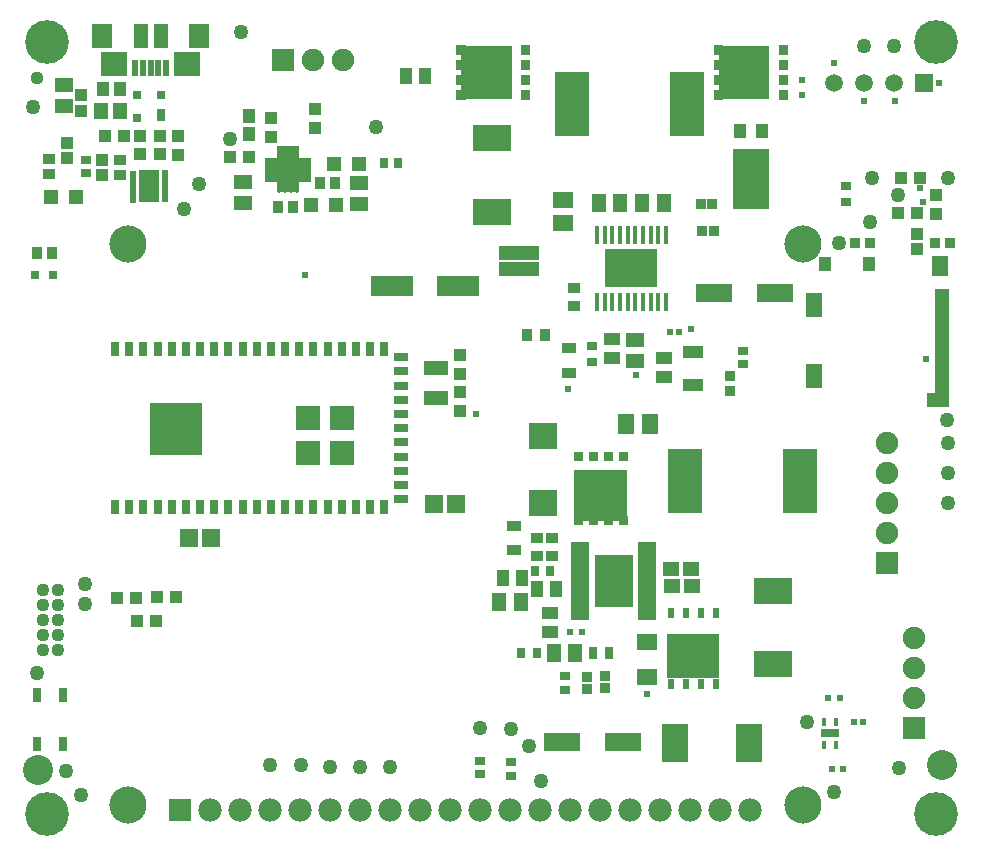
<source format=gts>
G04*
G04 #@! TF.GenerationSoftware,Altium Limited,Altium NEXUS,4.7.2 (13)*
G04*
G04 Layer_Color=8388736*
%FSLAX25Y25*%
%MOIN*%
G70*
G04*
G04 #@! TF.SameCoordinates,2623A66C-A178-4ADA-913C-0C76BB464C87*
G04*
G04*
G04 #@! TF.FilePolarity,Negative*
G04*
G01*
G75*
%ADD19R,0.03568X0.03366*%
%ADD20R,0.12520X0.08584*%
%ADD21R,0.06300X0.02800*%
%ADD22R,0.01200X0.02600*%
%ADD36R,0.03900X0.04500*%
%ADD37R,0.12200X0.20500*%
%ADD38R,0.01900X0.03800*%
%ADD39C,0.05000*%
%ADD50R,0.11400X0.21300*%
%ADD55R,0.01968X0.02362*%
%ADD56R,0.04724X0.03543*%
%ADD57R,0.02288X0.01860*%
%ADD58R,0.03197X0.02593*%
%ADD59R,0.13410X0.04548*%
%ADD60R,0.03150X0.03150*%
%ADD61R,0.04724X0.04724*%
%ADD62R,0.07119X0.05337*%
%ADD63R,0.02047X0.02047*%
%ADD64R,0.04941X0.05733*%
%ADD65R,0.05924X0.06127*%
%ADD69R,0.12000X0.06300*%
%ADD81R,0.09800X0.08900*%
%ADD87R,0.08584X0.12520*%
%ADD91R,0.02593X0.03197*%
%ADD96R,0.17300X0.15000*%
%ADD97R,0.06286X0.25998*%
%ADD98R,0.06377X0.26032*%
%ADD99R,0.02075X0.10691*%
%ADD100R,0.02327X0.10663*%
%ADD101R,0.07770X0.04848*%
%ADD102R,0.15346X0.07875*%
%ADD103R,0.07725X0.04021*%
%ADD104R,0.04867X0.35142*%
%ADD105R,0.03156X0.05124*%
%ADD106R,0.05124X0.03156*%
%ADD107R,0.08274X0.08274*%
%ADD108R,0.08819X0.08819*%
%ADD109O,0.03898X0.01654*%
%ADD110O,0.01654X0.03898*%
%ADD111R,0.07244X0.07244*%
%ADD112R,0.03353X0.03747*%
%ADD113R,0.03550X0.04140*%
%ADD114R,0.03747X0.03156*%
%ADD115R,0.03156X0.03943*%
%ADD116R,0.04337X0.03550*%
%ADD117R,0.03550X0.02762*%
%ADD118R,0.04337X0.03943*%
%ADD119R,0.02959X0.04534*%
%ADD120R,0.03156X0.02762*%
%ADD121R,0.03156X0.04337*%
%ADD122R,0.01800X0.06000*%
%ADD123R,0.17500X0.12800*%
%ADD124R,0.05715X0.07880*%
%ADD125R,0.04337X0.05124*%
%ADD126R,0.05715X0.06502*%
%ADD127R,0.04731X0.03747*%
%ADD128R,0.04731X0.03353*%
%ADD129R,0.07487X0.05006*%
%ADD130R,0.05124X0.07880*%
%ADD131R,0.06699X0.07880*%
%ADD132R,0.08668X0.08274*%
%ADD133R,0.01975X0.05715*%
%ADD134C,0.10000*%
%ADD135R,0.02880X0.02959*%
%ADD136R,0.01975X0.01384*%
%ADD137R,0.07102X0.10646*%
%ADD138R,0.04337X0.04140*%
%ADD139R,0.04337X0.04534*%
%ADD140R,0.05321X0.04731*%
%ADD141R,0.04337X0.04731*%
%ADD142R,0.07093X0.04140*%
%ADD143R,0.06109X0.04928*%
%ADD144R,0.06502X0.05715*%
%ADD145R,0.04140X0.05715*%
%ADD146R,0.05715X0.04140*%
%ADD147R,0.04928X0.06109*%
%ADD148R,0.03235X0.03235*%
%ADD149R,0.14179X0.06699*%
%ADD150R,0.07880X0.04731*%
%ADD151R,0.03943X0.04337*%
%ADD152R,0.05715X0.06502*%
%ADD153R,0.03235X0.03235*%
%ADD154C,0.04400*%
%ADD155R,0.04140X0.03550*%
%ADD156R,0.03156X0.03747*%
%ADD157R,0.02762X0.03550*%
%ADD158R,0.02959X0.02880*%
%ADD159R,0.06000X0.01800*%
%ADD160R,0.12800X0.17500*%
%ADD161R,0.03550X0.04337*%
%ADD162C,0.07487*%
%ADD163R,0.07487X0.07487*%
%ADD164R,0.07487X0.07487*%
%ADD165C,0.05943*%
%ADD166R,0.05943X0.05943*%
%ADD167R,0.07782X0.07782*%
%ADD168C,0.07782*%
%ADD169C,0.04360*%
%ADD170C,0.12400*%
%ADD171C,0.14573*%
%ADD172C,0.02400*%
G36*
X256407Y262315D02*
X253375D01*
Y265425D01*
X256407D01*
Y262315D01*
D02*
G37*
G36*
X170437D02*
X167406D01*
Y265425D01*
X170437D01*
Y262315D01*
D02*
G37*
G36*
X256407Y257315D02*
X253375D01*
Y260425D01*
X256407D01*
Y257315D01*
D02*
G37*
G36*
X170437D02*
X167406D01*
Y260425D01*
X170437D01*
Y257315D01*
D02*
G37*
G36*
X256407Y252315D02*
X253375D01*
Y255425D01*
X256407D01*
Y252315D01*
D02*
G37*
G36*
X170437D02*
X167406D01*
Y255425D01*
X170437D01*
Y252315D01*
D02*
G37*
G36*
X256407Y247315D02*
X253375D01*
Y250425D01*
X256407D01*
Y247315D01*
D02*
G37*
G36*
X234871Y265150D02*
X250206D01*
Y256370D01*
Y247591D01*
X234871D01*
Y247315D01*
X231839D01*
Y250425D01*
X233315D01*
Y252315D01*
X231839D01*
Y255425D01*
X233315D01*
Y256370D01*
Y257315D01*
X231839D01*
Y260425D01*
X233315D01*
Y262315D01*
X231839D01*
Y265425D01*
X234871D01*
Y265150D01*
D02*
G37*
G36*
X170437Y247315D02*
X167406D01*
Y250425D01*
X170437D01*
Y247315D01*
D02*
G37*
G36*
X148901Y265150D02*
X164237D01*
Y256370D01*
Y247591D01*
X148901D01*
Y247315D01*
X145870D01*
Y250425D01*
X147345D01*
Y252315D01*
X145870D01*
Y255425D01*
X147345D01*
Y256370D01*
Y257315D01*
X145870D01*
Y260425D01*
X147345D01*
Y262315D01*
X145870D01*
Y265425D01*
X148901D01*
Y265150D01*
D02*
G37*
G36*
X203029Y126952D02*
X199919D01*
Y129984D01*
X203029D01*
Y126952D01*
D02*
G37*
G36*
X198029D02*
X194919D01*
Y129984D01*
X198029D01*
Y126952D01*
D02*
G37*
G36*
X193029D02*
X189919D01*
Y129984D01*
X193029D01*
Y126952D01*
D02*
G37*
G36*
X188029D02*
X184919D01*
Y129984D01*
X188029D01*
Y126952D01*
D02*
G37*
G36*
X202753Y108448D02*
X203029D01*
Y105416D01*
X199919D01*
Y106892D01*
X198029D01*
Y105416D01*
X194919D01*
Y106892D01*
X193029D01*
Y105416D01*
X189919D01*
Y106892D01*
X188029D01*
Y105416D01*
X184919D01*
Y108448D01*
X185194D01*
Y123784D01*
X202753D01*
Y108448D01*
D02*
G37*
D19*
X237123Y155021D02*
D03*
Y150094D02*
D03*
D20*
X157653Y234362D02*
D03*
Y209738D02*
D03*
X251519Y83664D02*
D03*
Y59040D02*
D03*
D21*
X270418Y36106D02*
D03*
D22*
X272386Y32256D02*
D03*
X268449D02*
D03*
Y39956D02*
D03*
X272386D02*
D03*
D36*
X240501Y236680D02*
D03*
X247745D02*
D03*
D37*
X244123Y220980D02*
D03*
D38*
X232308Y76166D02*
D03*
Y52566D02*
D03*
X227308D02*
D03*
X222308D02*
D03*
X217308D02*
D03*
Y76166D02*
D03*
X222308D02*
D03*
X227308D02*
D03*
D39*
X113783Y24969D02*
D03*
X4800Y244900D02*
D03*
X60098Y219228D02*
D03*
X73905Y269700D02*
D03*
X54882Y210773D02*
D03*
X70431Y234047D02*
D03*
X273376Y199555D02*
D03*
X283785Y206531D02*
D03*
X309411Y140394D02*
D03*
X284444Y221101D02*
D03*
X293179Y215604D02*
D03*
X309570Y221101D02*
D03*
X15800Y23600D02*
D03*
X20600Y15400D02*
D03*
X21900Y85796D02*
D03*
X22100Y79100D02*
D03*
X6168Y56200D02*
D03*
X271563Y16622D02*
D03*
X262737Y39956D02*
D03*
X291856Y265150D02*
D03*
X123783Y24969D02*
D03*
X309548Y133000D02*
D03*
X119034Y238318D02*
D03*
X281761Y265150D02*
D03*
X153600Y37921D02*
D03*
X293300Y24400D02*
D03*
X309570Y123000D02*
D03*
X164018Y37549D02*
D03*
X309800Y112893D02*
D03*
X170052Y31991D02*
D03*
X93883Y25469D02*
D03*
X83583D02*
D03*
X173993Y20057D02*
D03*
X103716Y24969D02*
D03*
D50*
X184494Y245947D02*
D03*
X222694D02*
D03*
X260394Y120229D02*
D03*
X222194D02*
D03*
D55*
X274839Y24106D02*
D03*
X270902D02*
D03*
X187582Y69860D02*
D03*
X183644D02*
D03*
X273639Y47806D02*
D03*
X269702D02*
D03*
D56*
X183222Y156200D02*
D03*
Y164467D02*
D03*
X165035Y105277D02*
D03*
Y97010D02*
D03*
D57*
X220000Y169800D02*
D03*
X217000D02*
D03*
D58*
X275876Y218465D02*
D03*
Y213137D02*
D03*
D59*
X166618Y190689D02*
D03*
Y196008D02*
D03*
D60*
X5347Y188800D02*
D03*
X11253D02*
D03*
D61*
X105728Y212338D02*
D03*
X97460D02*
D03*
X113328Y225866D02*
D03*
X105060D02*
D03*
X19134Y214799D02*
D03*
X10866D02*
D03*
D62*
X209492Y66522D02*
D03*
Y54898D02*
D03*
D63*
X278385Y39956D02*
D03*
X281535D02*
D03*
D64*
X33751Y243348D02*
D03*
X27249D02*
D03*
D65*
X138534Y112402D02*
D03*
X145666D02*
D03*
X56845Y101200D02*
D03*
X63977D02*
D03*
D69*
X252050Y182900D02*
D03*
X231750D02*
D03*
X201292Y33223D02*
D03*
X180992D02*
D03*
D81*
X174592Y135093D02*
D03*
Y112893D02*
D03*
D87*
X218853Y32756D02*
D03*
X243477D02*
D03*
D91*
X172848Y62910D02*
D03*
X167520D02*
D03*
D96*
X224808Y61966D02*
D03*
D97*
X209347Y86727D02*
D03*
D98*
X187156Y86725D02*
D03*
D99*
X48739Y218375D02*
D03*
D100*
X38152Y218153D02*
D03*
D101*
X89742Y218825D02*
D03*
D102*
X89634Y223980D02*
D03*
D103*
X89621Y229763D02*
D03*
D104*
X307629Y166911D02*
D03*
D105*
X32065Y111417D02*
D03*
X36789D02*
D03*
X41514D02*
D03*
X46238D02*
D03*
X50963D02*
D03*
X55687D02*
D03*
X60411D02*
D03*
X65136D02*
D03*
X69860D02*
D03*
X74585D02*
D03*
X79309D02*
D03*
X84034D02*
D03*
X88758D02*
D03*
X93482D02*
D03*
X98207D02*
D03*
X102931D02*
D03*
X107656D02*
D03*
X112380D02*
D03*
X117104D02*
D03*
X121829D02*
D03*
Y164173D02*
D03*
X117104D02*
D03*
X112380D02*
D03*
X107656D02*
D03*
X98207D02*
D03*
X93482D02*
D03*
X88758D02*
D03*
X84034D02*
D03*
X79309D02*
D03*
X74585D02*
D03*
X69860D02*
D03*
X65136D02*
D03*
X60411D02*
D03*
X55687D02*
D03*
X50963D02*
D03*
X46238D02*
D03*
X41514D02*
D03*
X36789D02*
D03*
X32065D02*
D03*
X102931D02*
D03*
D106*
X127502Y114157D02*
D03*
Y123606D02*
D03*
Y128331D02*
D03*
Y133055D02*
D03*
Y137779D02*
D03*
Y142504D02*
D03*
Y147228D02*
D03*
Y151953D02*
D03*
Y156677D02*
D03*
Y161402D02*
D03*
Y118882D02*
D03*
D107*
X107600Y129585D02*
D03*
X96360D02*
D03*
X107600Y141097D02*
D03*
X96360D02*
D03*
D108*
X56840Y133317D02*
D03*
X48108D02*
D03*
X56840Y141908D02*
D03*
X48108D02*
D03*
D109*
X83893Y226953D02*
D03*
Y224984D02*
D03*
Y223016D02*
D03*
Y221047D02*
D03*
X95507D02*
D03*
Y223016D02*
D03*
Y224984D02*
D03*
Y226953D02*
D03*
D110*
X86747Y218193D02*
D03*
X88716D02*
D03*
X90684D02*
D03*
X92653D02*
D03*
Y229807D02*
D03*
X90684D02*
D03*
X88716D02*
D03*
X86747D02*
D03*
D111*
X89700Y224000D02*
D03*
D112*
X283785Y199555D02*
D03*
X278667D02*
D03*
X310488D02*
D03*
X305369D02*
D03*
D113*
X86434Y211438D02*
D03*
X91355D02*
D03*
X10961Y196100D02*
D03*
X6039D02*
D03*
X100533Y219638D02*
D03*
X105455D02*
D03*
D114*
X164018Y26500D02*
D03*
Y21972D02*
D03*
X22500Y222740D02*
D03*
Y227268D02*
D03*
X182200Y55185D02*
D03*
Y50657D02*
D03*
X241297Y159054D02*
D03*
Y163581D02*
D03*
X153600Y26974D02*
D03*
Y22446D02*
D03*
D115*
X196726Y62910D02*
D03*
X191214D02*
D03*
D116*
X184994Y178595D02*
D03*
Y184500D02*
D03*
X177718Y101194D02*
D03*
Y95288D02*
D03*
X172602Y95288D02*
D03*
Y101194D02*
D03*
D117*
X190942Y165107D02*
D03*
Y159989D02*
D03*
D118*
X83893Y234864D02*
D03*
Y241163D02*
D03*
X146933Y155953D02*
D03*
Y162253D02*
D03*
X53000Y235150D02*
D03*
Y228850D02*
D03*
X146933Y149909D02*
D03*
Y143610D02*
D03*
X40402Y235319D02*
D03*
Y229020D02*
D03*
X46902Y235319D02*
D03*
Y229020D02*
D03*
X305667Y209305D02*
D03*
Y215604D02*
D03*
X98547Y237817D02*
D03*
Y244116D02*
D03*
D119*
X6168Y32531D02*
D03*
Y48869D02*
D03*
X14632D02*
D03*
Y32531D02*
D03*
D120*
X39449Y241283D02*
D03*
Y248764D02*
D03*
X47323D02*
D03*
D121*
Y242071D02*
D03*
D122*
X192678Y179847D02*
D03*
X195237D02*
D03*
X197796D02*
D03*
X200355D02*
D03*
X202914D02*
D03*
X205473D02*
D03*
X208032D02*
D03*
X210591D02*
D03*
X213150D02*
D03*
X215709D02*
D03*
X215709Y202247D02*
D03*
X213150D02*
D03*
X210591D02*
D03*
X208032D02*
D03*
X205473D02*
D03*
X202914D02*
D03*
X200355D02*
D03*
X197796D02*
D03*
X195237D02*
D03*
X192678D02*
D03*
D123*
X204194Y191047D02*
D03*
D124*
X265019Y155299D02*
D03*
Y178803D02*
D03*
D125*
X283425Y192582D02*
D03*
X268858D02*
D03*
D126*
X307145Y191893D02*
D03*
D127*
X307638Y182208D02*
D03*
Y177878D02*
D03*
Y173547D02*
D03*
Y169216D02*
D03*
Y164886D02*
D03*
Y160555D02*
D03*
Y156224D02*
D03*
D128*
Y152090D02*
D03*
D129*
X306259Y147327D02*
D03*
D130*
X47303Y268368D02*
D03*
X40610D02*
D03*
D131*
X60098D02*
D03*
X27815D02*
D03*
D132*
X56161Y259116D02*
D03*
X31752D02*
D03*
D133*
X49075Y257837D02*
D03*
X46516D02*
D03*
X43957D02*
D03*
X41398D02*
D03*
X38839D02*
D03*
D134*
X307800Y25600D02*
D03*
X6500Y23900D02*
D03*
D135*
X233355Y248870D02*
D03*
Y253870D02*
D03*
Y258870D02*
D03*
Y263870D02*
D03*
X254891D02*
D03*
Y258870D02*
D03*
Y253870D02*
D03*
Y248870D02*
D03*
X147385D02*
D03*
Y253870D02*
D03*
Y258870D02*
D03*
Y263870D02*
D03*
X168921D02*
D03*
Y258870D02*
D03*
Y253870D02*
D03*
Y248870D02*
D03*
D136*
X38169Y222772D02*
D03*
Y221000D02*
D03*
Y219228D02*
D03*
Y217457D02*
D03*
Y215685D02*
D03*
Y213913D02*
D03*
X48799D02*
D03*
Y215685D02*
D03*
Y217457D02*
D03*
Y219228D02*
D03*
Y221000D02*
D03*
Y222772D02*
D03*
D137*
X43484Y218342D02*
D03*
D138*
X299478Y197404D02*
D03*
Y202522D02*
D03*
X16000Y227882D02*
D03*
Y233000D02*
D03*
X20752Y248756D02*
D03*
Y243638D02*
D03*
X27815Y227228D02*
D03*
Y222110D02*
D03*
D139*
X76730Y235992D02*
D03*
Y241897D02*
D03*
D140*
X224339Y85110D02*
D03*
X217646D02*
D03*
X224139Y90810D02*
D03*
X217446D02*
D03*
D141*
X28146Y250713D02*
D03*
X33854D02*
D03*
D142*
X224657Y163117D02*
D03*
Y152093D02*
D03*
D143*
X205500Y167223D02*
D03*
Y160137D02*
D03*
X74585Y219972D02*
D03*
Y212885D02*
D03*
X15000Y245213D02*
D03*
Y252299D02*
D03*
X113494Y212551D02*
D03*
Y219638D02*
D03*
D144*
X181308Y213984D02*
D03*
Y206110D02*
D03*
D145*
X172843Y84310D02*
D03*
X179142D02*
D03*
X129050Y255037D02*
D03*
X135350D02*
D03*
X161343Y87710D02*
D03*
X167642D02*
D03*
D146*
X197700Y167617D02*
D03*
Y161318D02*
D03*
X215109Y154920D02*
D03*
Y161219D02*
D03*
X176992Y69860D02*
D03*
Y76159D02*
D03*
D147*
X207833Y212900D02*
D03*
X214920D02*
D03*
X160149Y79710D02*
D03*
X167236D02*
D03*
X178449Y62910D02*
D03*
X185536D02*
D03*
X200437Y212947D02*
D03*
X193350D02*
D03*
D148*
X231569Y203500D02*
D03*
X227631D02*
D03*
X231169Y212500D02*
D03*
X227232D02*
D03*
D149*
X124434Y185166D02*
D03*
X146481D02*
D03*
D150*
X139000Y157725D02*
D03*
Y147883D02*
D03*
D151*
X34902Y235319D02*
D03*
X28602D02*
D03*
X45650Y73600D02*
D03*
X39350D02*
D03*
X300278Y221069D02*
D03*
X293979D02*
D03*
X293179Y209354D02*
D03*
X299478D02*
D03*
X46150Y81400D02*
D03*
X52450D02*
D03*
X32650Y81200D02*
D03*
X38950D02*
D03*
X76730Y228270D02*
D03*
X70431D02*
D03*
D152*
X210215Y139157D02*
D03*
X202341D02*
D03*
D153*
X189238Y54889D02*
D03*
Y50952D02*
D03*
X195300Y55269D02*
D03*
Y51332D02*
D03*
D154*
X6039Y254500D02*
D03*
D155*
X10098Y222543D02*
D03*
Y227465D02*
D03*
X33854Y222209D02*
D03*
Y227130D02*
D03*
D156*
X126356Y226264D02*
D03*
X121829D02*
D03*
D157*
X172033Y90095D02*
D03*
X177152D02*
D03*
D158*
X201474Y128468D02*
D03*
X196474D02*
D03*
X191474D02*
D03*
X186474D02*
D03*
Y106932D02*
D03*
X191474D02*
D03*
X196474D02*
D03*
X201474D02*
D03*
D159*
X187092Y98241D02*
D03*
Y95682D02*
D03*
Y93123D02*
D03*
Y90564D02*
D03*
Y88005D02*
D03*
Y85446D02*
D03*
Y82887D02*
D03*
Y80328D02*
D03*
Y77769D02*
D03*
Y75210D02*
D03*
X209492Y75210D02*
D03*
Y77769D02*
D03*
Y80328D02*
D03*
Y82887D02*
D03*
Y88005D02*
D03*
Y90564D02*
D03*
Y93123D02*
D03*
Y98241D02*
D03*
Y85446D02*
D03*
Y95682D02*
D03*
D160*
X198293Y86725D02*
D03*
D161*
X169374Y168750D02*
D03*
X175279D02*
D03*
D162*
X289300Y123000D02*
D03*
Y113000D02*
D03*
Y103000D02*
D03*
Y133000D02*
D03*
X298500Y67800D02*
D03*
Y57800D02*
D03*
Y47800D02*
D03*
X98000Y260370D02*
D03*
X108000D02*
D03*
D163*
X289300Y93000D02*
D03*
X298500Y37800D02*
D03*
D164*
X88000Y260370D02*
D03*
D165*
X271856Y252782D02*
D03*
X281856D02*
D03*
X291856D02*
D03*
D166*
X301856D02*
D03*
D167*
X53800Y10500D02*
D03*
D168*
X63800D02*
D03*
X83800D02*
D03*
X93800D02*
D03*
X103800D02*
D03*
X113800D02*
D03*
X123800D02*
D03*
X133800D02*
D03*
X143800D02*
D03*
X153800D02*
D03*
X163800D02*
D03*
X173800D02*
D03*
X183800D02*
D03*
X193800D02*
D03*
X203800D02*
D03*
X213800D02*
D03*
X223800D02*
D03*
X233800D02*
D03*
X243800D02*
D03*
X73800D02*
D03*
D169*
X8000Y83900D02*
D03*
Y78900D02*
D03*
X13000Y83900D02*
D03*
Y78900D02*
D03*
Y68900D02*
D03*
Y73900D02*
D03*
X8000Y68900D02*
D03*
Y73900D02*
D03*
Y63900D02*
D03*
X13000D02*
D03*
D170*
X261300Y199160D02*
D03*
X36300Y12160D02*
D03*
Y199160D02*
D03*
X261300Y12160D02*
D03*
D171*
X305709Y9252D02*
D03*
Y266339D02*
D03*
X9252Y9252D02*
D03*
Y266339D02*
D03*
D172*
X300278Y217801D02*
D03*
X302249Y160994D02*
D03*
X301375Y213137D02*
D03*
X292193Y246837D02*
D03*
X281856D02*
D03*
X306856Y252782D02*
D03*
X271854Y259618D02*
D03*
X261200Y253700D02*
D03*
Y248700D02*
D03*
X224088Y170785D02*
D03*
X182980Y150821D02*
D03*
X205643Y155440D02*
D03*
X107600Y141097D02*
D03*
X96360D02*
D03*
Y129585D02*
D03*
X48108Y133317D02*
D03*
Y141908D02*
D03*
X56840D02*
D03*
Y133317D02*
D03*
X107600Y129585D02*
D03*
X209492Y49166D02*
D03*
X152453Y142582D02*
D03*
X95507Y188800D02*
D03*
M02*

</source>
